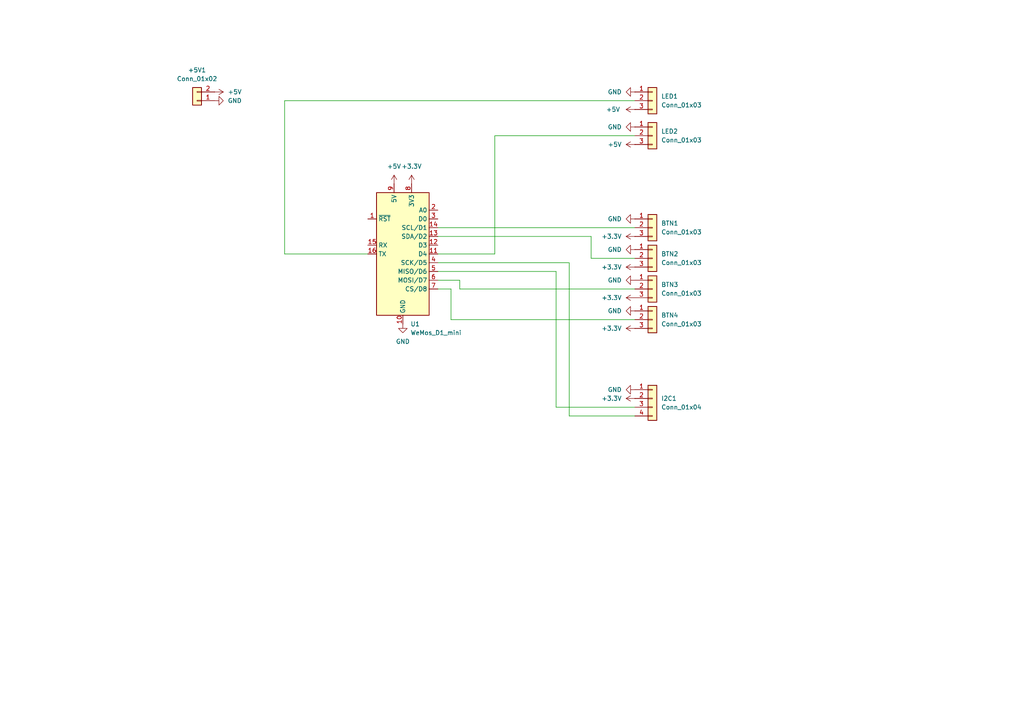
<source format=kicad_sch>
(kicad_sch (version 20231120) (generator "eeschema") (generator_version "8.0")
  (paper "A4")
  (lib_symbols
    (symbol "Connector_Generic:Conn_01x02" (pin_names (offset 1.016) hide)
      (property "Reference" "J" (at 0 2.54 0))
      (property "Value" "Conn_01x02" (at 0 -5.08 0))
      (symbol "Conn_01x02_1_1"
        (rectangle (start -1.27 -2.413) (end 0 -2.667) (stroke (width 0.1524)))
        (rectangle (start -1.27 0.127) (end 0 -0.127) (stroke (width 0.1524)))
        (rectangle (start -1.27 1.27) (end 1.27 -3.81) (stroke (width 0.254)) (fill (type background)))
        (pin passive line (at -5.08 0 0) (length 3.81) (name "Pin_1") (number "1"))
        (pin passive line (at -5.08 -2.54 0) (length 3.81) (name "Pin_2") (number "2"))
      )
    )
    (symbol "Connector_Generic:Conn_01x03" (pin_names (offset 1.016) hide)
      (property "Reference" "J" (at 0 5.08 0))
      (property "Value" "Conn_01x03" (at 0 -5.08 0))
      (symbol "Conn_01x03_1_1"
        (rectangle (start -1.27 -2.413) (end 0 -2.667) (stroke (width 0.1524)))
        (rectangle (start -1.27 0.127) (end 0 -0.127) (stroke (width 0.1524)))
        (rectangle (start -1.27 2.667) (end 0 2.413) (stroke (width 0.1524)))
        (rectangle (start -1.27 3.81) (end 1.27 -3.81) (stroke (width 0.254)) (fill (type background)))
        (pin passive line (at -5.08 2.54 0) (length 3.81) (name "Pin_1") (number "1"))
        (pin passive line (at -5.08 0 0) (length 3.81) (name "Pin_2") (number "2"))
        (pin passive line (at -5.08 -2.54 0) (length 3.81) (name "Pin_3") (number "3"))
      )
    )
    (symbol "Connector_Generic:Conn_01x04" (pin_names (offset 1.016) hide)
      (property "Reference" "J" (at 0 5.08 0))
      (property "Value" "Conn_01x04" (at 0 -7.62 0))
      (symbol "Conn_01x04_1_1"
        (rectangle (start -1.27 -4.953) (end 0 -5.207) (stroke (width 0.1524)))
        (rectangle (start -1.27 -2.413) (end 0 -2.667) (stroke (width 0.1524)))
        (rectangle (start -1.27 0.127) (end 0 -0.127) (stroke (width 0.1524)))
        (rectangle (start -1.27 2.667) (end 0 2.413) (stroke (width 0.1524)))
        (rectangle (start -1.27 3.81) (end 1.27 -6.35) (stroke (width 0.254)) (fill (type background)))
        (pin passive line (at -5.08 2.54 0) (length 3.81) (name "Pin_1") (number "1"))
        (pin passive line (at -5.08 0 0) (length 3.81) (name "Pin_2") (number "2"))
        (pin passive line (at -5.08 -2.54 0) (length 3.81) (name "Pin_3") (number "3"))
        (pin passive line (at -5.08 -5.08 0) (length 3.81) (name "Pin_4") (number "4"))
      )
    )
    (symbol "MCU_Module:WeMos_D1_mini"
      (property "Reference" "U" (at 3.81 19.05 0))
      (property "Value" "WeMos_D1_mini" (at 1.27 -19.05 0))
      (symbol "WeMos_D1_mini_1_1"
        (rectangle (start -7.62 17.78) (end 7.62 -17.78) (stroke (width 0.254)) (fill (type background)))
        (pin input line (at -10.16 10.16 0) (length 2.54) (name "~{RST}") (number "1"))
        (pin power_in line (at 0 -20.32 90) (length 2.54) (name "GND") (number "10"))
        (pin bidirectional line (at 10.16 0 180) (length 2.54) (name "D4") (number "11"))
        (pin bidirectional line (at 10.16 2.54 180) (length 2.54) (name "D3") (number "12"))
        (pin bidirectional line (at 10.16 5.08 180) (length 2.54) (name "SDA/D2") (number "13"))
        (pin bidirectional line (at 10.16 7.62 180) (length 2.54) (name "SCL/D1") (number "14"))
        (pin input line (at -10.16 2.54 0) (length 2.54) (name "RX") (number "15"))
        (pin output line (at -10.16 0 0) (length 2.54) (name "TX") (number "16"))
        (pin input line (at 10.16 12.7 180) (length 2.54) (name "A0") (number "2"))
        (pin bidirectional line (at 10.16 10.16 180) (length 2.54) (name "D0") (number "3"))
        (pin bidirectional line (at 10.16 -2.54 180) (length 2.54) (name "SCK/D5") (number "4"))
        (pin bidirectional line (at 10.16 -5.08 180) (length 2.54) (name "MISO/D6") (number "5"))
        (pin bidirectional line (at 10.16 -7.62 180) (length 2.54) (name "MOSI/D7") (number "6"))
        (pin bidirectional line (at 10.16 -10.16 180) (length 2.54) (name "CS/D8") (number "7"))
        (pin power_out line (at 2.54 20.32 270) (length 2.54) (name "3V3") (number "8"))
        (pin power_in line (at -2.54 20.32 270) (length 2.54) (name "5V") (number "9"))
      )
    )
    (symbol "power:+3.3V" (power) (pin_numbers hide) (pin_names (offset 0) hide)
      (property "Value" "+3.3V" (at 0 3.556 0))
      (symbol "+3.3V_0_1"
        (polyline (pts (xy -0.762 1.27) (xy 0 2.54)))
        (polyline (pts (xy 0 0) (xy 0 2.54)))
        (polyline (pts (xy 0 2.54) (xy 0.762 1.27)))
      )
      (symbol "+3.3V_1_1"
        (pin power_in line (at 0 0 90) (length 0) (name "~") (number "1"))
      )
    )
    (symbol "power:+5V" (power) (pin_numbers hide) (pin_names (offset 0) hide)
      (property "Value" "+5V" (at 0 3.556 0))
      (symbol "+5V_0_1"
        (polyline (pts (xy -0.762 1.27) (xy 0 2.54)))
        (polyline (pts (xy 0 0) (xy 0 2.54)))
        (polyline (pts (xy 0 2.54) (xy 0.762 1.27)))
      )
      (symbol "+5V_1_1"
        (pin power_in line (at 0 0 90) (length 0) (name "~") (number "1"))
      )
    )
    (symbol "power:GND" (power) (pin_numbers hide) (pin_names (offset 0) hide)
      (property "Value" "GND" (at 0 -3.81 0))
      (symbol "GND_0_1"
        (polyline (pts (xy 0 0) (xy 0 -1.27) (xy 1.27 -1.27) (xy 0 -2.54) (xy -1.27 -1.27) (xy 0 -1.27)))
      )
      (symbol "GND_1_1"
        (pin power_in line (at 0 0 270) (length 0) (name "~") (number "1"))
      )
    )
  )
  (wire (pts (xy 127 68.58) (xy 171.45 68.58)))
  (wire (pts (xy 184.15 39.37) (xy 143.51 39.37)))
  (wire (pts (xy 184.15 83.82) (xy 133.35 83.82)))
  (wire (pts (xy 106.68 73.66) (xy 82.55 73.66)))
  (wire (pts (xy 165.1 76.2) (xy 165.1 120.65)))
  (wire (pts (xy 127 78.74) (xy 161.29 78.74)))
  (wire (pts (xy 130.81 92.71) (xy 184.15 92.71)))
  (wire (pts (xy 82.55 29.21) (xy 184.15 29.21)))
  (wire (pts (xy 143.51 39.37) (xy 143.51 73.66)))
  (wire (pts (xy 82.55 73.66) (xy 82.55 29.21)))
  (wire (pts (xy 171.45 68.58) (xy 171.45 74.93)))
  (wire (pts (xy 133.35 83.82) (xy 133.35 81.28)))
  (wire (pts (xy 127 76.2) (xy 165.1 76.2)))
  (wire (pts (xy 127 66.04) (xy 184.15 66.04)))
  (wire (pts (xy 127 83.82) (xy 130.81 83.82)))
  (wire (pts (xy 161.29 118.11) (xy 184.15 118.11)))
  (wire (pts (xy 130.81 83.82) (xy 130.81 92.71)))
  (wire (pts (xy 133.35 81.28) (xy 127 81.28)))
  (wire (pts (xy 127 73.66) (xy 143.51 73.66)))
  (wire (pts (xy 161.29 78.74) (xy 161.29 118.11)))
  (wire (pts (xy 171.45 74.93) (xy 184.15 74.93)))
  (wire (pts (xy 165.1 120.65) (xy 184.15 120.65)))
  (symbol (lib_id "power:GND") (at 184.15 81.28 270) (unit 1)
    (property "Reference" "#PWR06" (effects (hide yes)))
    (property "Value" "GND" (at 180.34 81.2799 90) (effects (justify right)))
    (property "Description" "Power symbol creates a global label with name \"GND\" , ground" (effects (hide yes)))
  )
  (symbol (lib_id "power:+5V") (at 114.3 53.34 0) (unit 1)
    (property "Reference" "#PWR02" (effects (hide yes)))
    (property "Value" "+5V" (at 114.3 48.26 0))
    (property "Description" "Power symbol creates a global label with name \"+5V\"" (effects (hide yes)))
  )
  (symbol (lib_id "power:+3.3V") (at 184.15 77.47 90) (unit 1)
    (property "Reference" "#PWR015" (effects (hide yes)))
    (property "Value" "+3.3V" (at 180.34 77.4699 90) (effects (justify left)))
    (property "Description" "Power symbol creates a global label with name \"+3.3V\"" (effects (hide yes)))
  )
  (symbol (lib_id "power:GND") (at 184.15 72.39 270) (unit 1)
    (property "Reference" "#PWR05" (effects (hide yes)))
    (property "Value" "GND" (at 180.34 72.3899 90) (effects (justify right)))
    (property "Description" "Power symbol creates a global label with name \"GND\" , ground" (effects (hide yes)))
  )
  (symbol (lib_id "Connector_Generic:Conn_01x03") (at 189.23 29.21 0) (unit 1)
    (property "Reference" "LED1" (at 191.77 27.9399 0) (effects (justify left)))
    (property "Value" "Conn_01x03" (at 191.77 30.4799 0) (effects (justify left)))
    (property "Footprint" "Connector_Molex:Molex_KK-254_AE-6410-03A_1x03_P2.54mm_Vertical" (effects (hide yes)))
    (property "Description" "Generic connector, single row, 01x03, script generated (kicad-library-utils/schlib/autogen/connector/)" (effects (hide yes)))
  )
  (symbol (lib_id "Connector_Generic:Conn_01x03") (at 189.23 92.71 0) (unit 1)
    (property "Reference" "BTN4" (at 191.77 91.4399 0) (effects (justify left)))
    (property "Value" "Conn_01x03" (at 191.77 93.9799 0) (effects (justify left)))
    (property "Footprint" "Connector_Molex:Molex_KK-254_AE-6410-03A_1x03_P2.54mm_Vertical" (effects (hide yes)))
    (property "Description" "Generic connector, single row, 01x03, script generated (kicad-library-utils/schlib/autogen/connector/)" (effects (hide yes)))
  )
  (symbol (lib_id "Connector_Generic:Conn_01x03") (at 189.23 39.37 0) (unit 1)
    (property "Reference" "LED2" (at 191.77 38.0999 0) (effects (justify left)))
    (property "Value" "Conn_01x03" (at 191.77 40.6399 0) (effects (justify left)))
    (property "Footprint" "Connector_Molex:Molex_KK-254_AE-6410-03A_1x03_P2.54mm_Vertical" (effects (hide yes)))
    (property "Description" "Generic connector, single row, 01x03, script generated (kicad-library-utils/schlib/autogen/connector/)" (effects (hide yes)))
  )
  (symbol (lib_id "power:+5V") (at 184.15 31.75 90) (unit 1)
    (property "Reference" "#PWR010" (effects (hide yes)))
    (property "Value" "+5V" (at 179.867 31.7499 90) (effects (justify left)))
    (property "Description" "Power symbol creates a global label with name \"+5V\"" (effects (hide yes)))
  )
  (symbol (lib_id "Connector_Generic:Conn_01x02") (at 57.15 29.21 180) (unit 1)
    (property "Reference" "+5V1" (at 57.15 20.32 0))
    (property "Value" "Conn_01x02" (at 57.15 22.86 0))
    (property "Footprint" "Connector_Molex:Molex_KK-254_AE-6410-02A_1x02_P2.54mm_Vertical" (effects (hide yes)))
    (property "Description" "Generic connector, single row, 01x02, script generated (kicad-library-utils/schlib/autogen/connector/)" (effects (hide yes)))
  )
  (symbol (lib_id "power:GND") (at 184.15 113.03 270) (unit 1)
    (property "Reference" "#PWR09" (effects (hide yes)))
    (property "Value" "GND" (at 180.34 113.0299 90) (effects (justify right)))
    (property "Description" "Power symbol creates a global label with name \"GND\" , ground" (effects (hide yes)))
  )
  (symbol (lib_id "power:+3.3V") (at 184.15 95.25 90) (unit 1)
    (property "Reference" "#PWR017" (effects (hide yes)))
    (property "Value" "+3.3V" (at 180.34 95.2499 90) (effects (justify left)))
    (property "Description" "Power symbol creates a global label with name \"+3.3V\"" (effects (hide yes)))
  )
  (symbol (lib_id "power:+3.3V") (at 184.15 115.57 90) (unit 1)
    (property "Reference" "#PWR021" (effects (hide yes)))
    (property "Value" "+3.3V" (at 180.34 115.5699 90) (effects (justify left)))
    (property "Description" "Power symbol creates a global label with name \"+3.3V\"" (effects (hide yes)))
  )
  (symbol (lib_id "power:GND") (at 184.15 90.17 270) (unit 1)
    (property "Reference" "#PWR07" (effects (hide yes)))
    (property "Value" "GND" (at 180.34 90.1699 90) (effects (justify right)))
    (property "Description" "Power symbol creates a global label with name \"GND\" , ground" (effects (hide yes)))
  )
  (symbol (lib_id "power:+3.3V") (at 184.15 86.36 90) (unit 1)
    (property "Reference" "#PWR016" (effects (hide yes)))
    (property "Value" "+3.3V" (at 180.34 86.3599 90) (effects (justify left)))
    (property "Description" "Power symbol creates a global label with name \"+3.3V\"" (effects (hide yes)))
  )
  (symbol (lib_id "Connector_Generic:Conn_01x03") (at 189.23 74.93 0) (unit 1)
    (property "Reference" "BTN2" (at 191.77 73.6599 0) (effects (justify left)))
    (property "Value" "Conn_01x03" (at 191.77 76.1999 0) (effects (justify left)))
    (property "Footprint" "Connector_Molex:Molex_KK-254_AE-6410-03A_1x03_P2.54mm_Vertical" (effects (hide yes)))
    (property "Description" "Generic connector, single row, 01x03, script generated (kicad-library-utils/schlib/autogen/connector/)" (effects (hide yes)))
  )
  (symbol (lib_id "Connector_Generic:Conn_01x03") (at 189.23 83.82 0) (unit 1)
    (property "Reference" "BTN3" (at 191.77 82.5499 0) (effects (justify left)))
    (property "Value" "Conn_01x03" (at 191.77 85.0899 0) (effects (justify left)))
    (property "Footprint" "Connector_Molex:Molex_KK-254_AE-6410-03A_1x03_P2.54mm_Vertical" (effects (hide yes)))
    (property "Description" "Generic connector, single row, 01x03, script generated (kicad-library-utils/schlib/autogen/connector/)" (effects (hide yes)))
  )
  (symbol (lib_id "power:GND") (at 184.15 26.67 270) (unit 1)
    (property "Reference" "#PWR013" (effects (hide yes)))
    (property "Value" "GND" (at 180.34 26.6699 90) (effects (justify right)))
    (property "Description" "Power symbol creates a global label with name \"GND\" , ground" (effects (hide yes)))
  )
  (symbol (lib_id "power:+5V") (at 62.23 26.67 270) (unit 1)
    (property "Reference" "#PWR020" (effects (hide yes)))
    (property "Value" "+5V" (at 66.04 26.6699 90) (effects (justify left)))
    (property "Description" "Power symbol creates a global label with name \"+5V\"" (effects (hide yes)))
  )
  (symbol (lib_id "Connector_Generic:Conn_01x04") (at 189.23 115.57 0) (unit 1)
    (property "Reference" "I2C1" (at 191.77 115.5699 0) (effects (justify left)))
    (property "Value" "Conn_01x04" (at 191.77 118.1099 0) (effects (justify left)))
    (property "Footprint" "Connector_Molex:Molex_KK-254_AE-6410-04A_1x04_P2.54mm_Vertical" (effects (hide yes)))
    (property "Description" "Generic connector, single row, 01x04, script generated (kicad-library-utils/schlib/autogen/connector/)" (effects (hide yes)))
  )
  (symbol (lib_id "power:+5V") (at 184.15 41.91 90) (unit 1)
    (property "Reference" "#PWR011" (effects (hide yes)))
    (property "Value" "+5V" (at 180.34 41.9099 90) (effects (justify left)))
    (property "Description" "Power symbol creates a global label with name \"+5V\"" (effects (hide yes)))
  )
  (symbol (lib_id "power:+3.3V") (at 119.38 53.34 0) (unit 1)
    (property "Reference" "#PWR01" (effects (hide yes)))
    (property "Value" "+3.3V" (at 119.38 48.26 0))
    (property "Description" "Power symbol creates a global label with name \"+3.3V\"" (effects (hide yes)))
  )
  (symbol (lib_id "Connector_Generic:Conn_01x03") (at 189.23 66.04 0) (unit 1)
    (property "Reference" "BTN1" (at 191.77 64.7699 0) (effects (justify left)))
    (property "Value" "Conn_01x03" (at 191.77 67.3099 0) (effects (justify left)))
    (property "Footprint" "Connector_Molex:Molex_KK-254_AE-6410-03A_1x03_P2.54mm_Vertical" (effects (hide yes)))
    (property "Description" "Generic connector, single row, 01x03, script generated (kicad-library-utils/schlib/autogen/connector/)" (effects (hide yes)))
  )
  (symbol (lib_id "power:+3.3V") (at 184.15 68.58 90) (unit 1)
    (property "Reference" "#PWR014" (effects (hide yes)))
    (property "Value" "+3.3V" (at 180.34 68.5799 90) (effects (justify left)))
    (property "Description" "Power symbol creates a global label with name \"+3.3V\"" (effects (hide yes)))
  )
  (symbol (lib_id "MCU_Module:WeMos_D1_mini") (at 116.84 73.66 0) (unit 1)
    (property "Reference" "U1" (at 119.0341 93.98 0) (effects (justify left)))
    (property "Value" "WeMos_D1_mini" (at 119.0341 96.52 0) (effects (justify left)))
    (property "Footprint" "Module:WEMOS_D1_mini_light" (effects (hide yes)))
    (property "Datasheet" "https://wiki.wemos.cc/products:d1:d1_mini#documentation" (effects (hide yes)))
    (property "Description" "32-bit microcontroller module with WiFi" (effects (hide yes)))
  )
  (symbol (lib_id "power:GND") (at 62.23 29.21 90) (unit 1)
    (property "Reference" "#PWR019" (effects (hide yes)))
    (property "Value" "GND" (at 66.04 29.2099 90) (effects (justify right)))
    (property "Description" "Power symbol creates a global label with name \"GND\" , ground" (effects (hide yes)))
  )
  (symbol (lib_id "power:GND") (at 116.84 93.98 0) (unit 1)
    (property "Reference" "#PWR03" (effects (hide yes)))
    (property "Value" "GND" (at 116.84 99.06 0))
    (property "Description" "Power symbol creates a global label with name \"GND\" , ground" (effects (hide yes)))
  )
  (symbol (lib_id "power:GND") (at 184.15 36.83 270) (unit 1)
    (property "Reference" "#PWR012" (effects (hide yes)))
    (property "Value" "GND" (at 180.34 36.8299 90) (effects (justify right)))
    (property "Description" "Power symbol creates a global label with name \"GND\" , ground" (effects (hide yes)))
  )
  (symbol (lib_id "power:GND") (at 184.15 63.5 270) (unit 1)
    (property "Reference" "#PWR04" (effects (hide yes)))
    (property "Value" "GND" (at 180.34 63.4999 90) (effects (justify right)))
    (property "Description" "Power symbol creates a global label with name \"GND\" , ground" (effects (hide yes)))
  )
)
</source>
